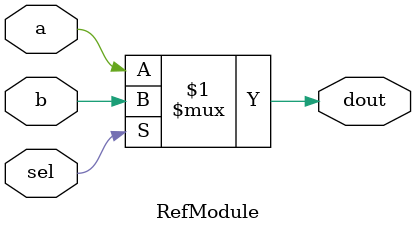
<source format=sv>

module RefModule (
  input a,
  input b,
  input sel,
  output dout
);

  assign dout = sel ? b : a;

endmodule


</source>
